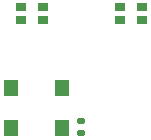
<source format=gbr>
%TF.GenerationSoftware,KiCad,Pcbnew,8.0.4-unknown-202407232306~396e531e7c~ubuntu22.04.1*%
%TF.CreationDate,2024-09-04T14:24:04+01:00*%
%TF.ProjectId,MONO_CTRL,4d4f4e4f-5f43-4545-924c-2e6b69636164,1.0*%
%TF.SameCoordinates,Original*%
%TF.FileFunction,Paste,Bot*%
%TF.FilePolarity,Positive*%
%FSLAX46Y46*%
G04 Gerber Fmt 4.6, Leading zero omitted, Abs format (unit mm)*
G04 Created by KiCad (PCBNEW 8.0.4-unknown-202407232306~396e531e7c~ubuntu22.04.1) date 2024-09-04 14:24:04*
%MOMM*%
%LPD*%
G01*
G04 APERTURE LIST*
G04 Aperture macros list*
%AMRoundRect*
0 Rectangle with rounded corners*
0 $1 Rounding radius*
0 $2 $3 $4 $5 $6 $7 $8 $9 X,Y pos of 4 corners*
0 Add a 4 corners polygon primitive as box body*
4,1,4,$2,$3,$4,$5,$6,$7,$8,$9,$2,$3,0*
0 Add four circle primitives for the rounded corners*
1,1,$1+$1,$2,$3*
1,1,$1+$1,$4,$5*
1,1,$1+$1,$6,$7*
1,1,$1+$1,$8,$9*
0 Add four rect primitives between the rounded corners*
20,1,$1+$1,$2,$3,$4,$5,0*
20,1,$1+$1,$4,$5,$6,$7,0*
20,1,$1+$1,$6,$7,$8,$9,0*
20,1,$1+$1,$8,$9,$2,$3,0*%
G04 Aperture macros list end*
%ADD10R,0.900000X0.700000*%
%ADD11RoundRect,0.135000X-0.185000X0.135000X-0.185000X-0.135000X0.185000X-0.135000X0.185000X0.135000X0*%
%ADD12R,1.230000X1.360000*%
G04 APERTURE END LIST*
D10*
%TO.C,LED1*%
X24695000Y-25275000D03*
X24695000Y-24175000D03*
X26535000Y-24175000D03*
X26535000Y-25275000D03*
%TD*%
%TO.C,LED2*%
X33095000Y-25275000D03*
X33095000Y-24175000D03*
X34935000Y-24175000D03*
X34935000Y-25275000D03*
%TD*%
D11*
%TO.C,R1*%
X29815000Y-33865001D03*
X29815000Y-34884999D03*
%TD*%
D12*
%TO.C,SW2*%
X23835000Y-31075000D03*
X28195000Y-31075000D03*
%TD*%
%TO.C,SW1*%
X28195000Y-34425000D03*
X23835000Y-34425000D03*
%TD*%
M02*

</source>
